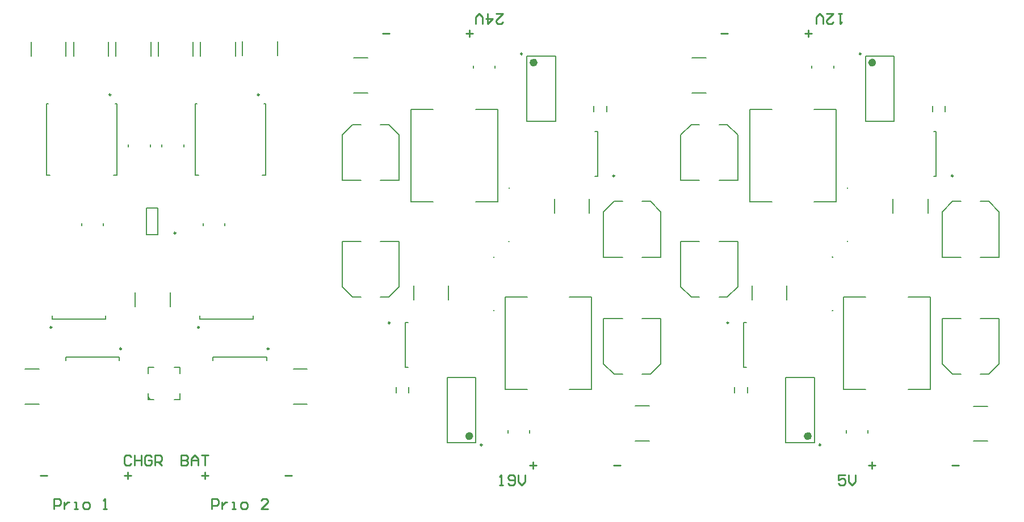
<source format=gto>
G04*
G04 #@! TF.GenerationSoftware,Altium Limited,Altium Designer,25.4.2 (15)*
G04*
G04 Layer_Color=65535*
%FSAX44Y44*%
%MOMM*%
G71*
G04*
G04 #@! TF.SameCoordinates,DDFFB4A4-4E3D-46BD-814A-B4F9BFA491BB*
G04*
G04*
G04 #@! TF.FilePolarity,Positive*
G04*
G01*
G75*
%ADD10C,0.2500*%
%ADD11C,0.6000*%
%ADD12C,0.2000*%
%ADD13C,0.1500*%
%ADD14C,0.2540*%
G36*
X00781730Y00492427D02*
X00782012Y00492146D01*
X00782164Y00491778D01*
Y00491580D01*
Y00491381D01*
X00782012Y00491013D01*
X00781730Y00490732D01*
X00781363Y00490579D01*
X00780965D01*
X00780598Y00490732D01*
X00780316Y00491013D01*
X00780164Y00491381D01*
Y00491580D01*
Y00491778D01*
X00780316Y00492146D01*
X00780598Y00492427D01*
X00780965Y00492579D01*
X00781363D01*
X00781730Y00492427D01*
D02*
G37*
G36*
X01286730Y00492427D02*
X01287012Y00492146D01*
X01287164Y00491778D01*
Y00491579D01*
Y00491381D01*
X01287012Y00491013D01*
X01286730Y00490732D01*
X01286363Y00490579D01*
X01285965D01*
X01285598Y00490732D01*
X01285316Y00491013D01*
X01285164Y00491381D01*
Y00491579D01*
Y00491778D01*
X01285316Y00492146D01*
X01285598Y00492427D01*
X01285965Y00492579D01*
X01286363D01*
X01286730Y00492427D01*
D02*
G37*
G36*
X00781730Y00412427D02*
X00782012Y00412146D01*
X00782164Y00411778D01*
Y00411580D01*
Y00411381D01*
X00782012Y00411013D01*
X00781730Y00410732D01*
X00781363Y00410579D01*
X00780965D01*
X00780598Y00410732D01*
X00780316Y00411013D01*
X00780164Y00411381D01*
Y00411580D01*
Y00411778D01*
X00780316Y00412146D01*
X00780598Y00412427D01*
X00780965Y00412579D01*
X00781363D01*
X00781730Y00412427D01*
D02*
G37*
G36*
X01286730Y00412427D02*
X01287012Y00412146D01*
X01287164Y00411778D01*
Y00411579D01*
Y00411381D01*
X01287012Y00411013D01*
X01286730Y00410732D01*
X01286363Y00410579D01*
X01285965D01*
X01285598Y00410732D01*
X01285316Y00411013D01*
X01285164Y00411381D01*
Y00411579D01*
Y00411778D01*
X01285316Y00412146D01*
X01285598Y00412427D01*
X01285965Y00412579D01*
X01286363D01*
X01286730Y00412427D01*
D02*
G37*
G36*
X01264402Y00389268D02*
X01264684Y00388987D01*
X01264836Y00388619D01*
Y00388420D01*
Y00388222D01*
X01264684Y00387854D01*
X01264402Y00387573D01*
X01264035Y00387420D01*
X01263637D01*
X01263270Y00387573D01*
X01262988Y00387854D01*
X01262836Y00388222D01*
Y00388420D01*
Y00388619D01*
X01262988Y00388987D01*
X01263270Y00389268D01*
X01263637Y00389420D01*
X01264035D01*
X01264402Y00389268D01*
D02*
G37*
G36*
X00759402D02*
X00759684Y00388987D01*
X00759836Y00388619D01*
Y00388420D01*
Y00388222D01*
X00759684Y00387854D01*
X00759402Y00387573D01*
X00759035Y00387420D01*
X00758637D01*
X00758270Y00387573D01*
X00757988Y00387854D01*
X00757836Y00388222D01*
Y00388420D01*
Y00388619D01*
X00757988Y00388987D01*
X00758270Y00389268D01*
X00758637Y00389420D01*
X00759035D01*
X00759402Y00389268D01*
D02*
G37*
G36*
X01264402Y00309268D02*
X01264684Y00308987D01*
X01264836Y00308619D01*
Y00308420D01*
Y00308221D01*
X01264684Y00307854D01*
X01264402Y00307573D01*
X01264035Y00307420D01*
X01263637D01*
X01263270Y00307573D01*
X01262988Y00307854D01*
X01262836Y00308221D01*
Y00308420D01*
Y00308619D01*
X01262988Y00308987D01*
X01263270Y00309268D01*
X01263637Y00309420D01*
X01264035D01*
X01264402Y00309268D01*
D02*
G37*
G36*
X00759402D02*
X00759684Y00308987D01*
X00759836Y00308619D01*
Y00308420D01*
Y00308221D01*
X00759684Y00307854D01*
X00759402Y00307573D01*
X00759035Y00307420D01*
X00758637D01*
X00758270Y00307573D01*
X00757988Y00307854D01*
X00757836Y00308221D01*
Y00308420D01*
Y00308619D01*
X00757988Y00308987D01*
X00758270Y00309268D01*
X00758637Y00309420D01*
X00759035D01*
X00759402Y00309268D01*
D02*
G37*
G36*
X00246830Y00175830D02*
X00242830D01*
Y00179830D01*
X00246830Y00175830D01*
D02*
G37*
D10*
X00284196Y00424430D02*
G03*
X00284196Y00424430I-00001250J00000000D01*
G01*
X00408780Y00630985D02*
G03*
X00408780Y00630985I-00001250J00000000D01*
G01*
X00741250Y00107925D02*
G03*
X00741250Y00107925I-00001250J00000000D01*
G01*
X00801250Y00692075D02*
G03*
X00801250Y00692075I-00001250J00000000D01*
G01*
X01306250Y00692075D02*
G03*
X01306250Y00692075I-00001250J00000000D01*
G01*
X00187450Y00630985D02*
G03*
X00187450Y00630985I-00001250J00000000D01*
G01*
X01246250Y00107925D02*
G03*
X01246250Y00107925I-00001250J00000000D01*
G01*
X00099250Y00283500D02*
G03*
X00099250Y00283500I-00001250J00000000D01*
G01*
X00319250Y00283500D02*
G03*
X00319250Y00283500I-00001250J00000000D01*
G01*
X00423250Y00251500D02*
G03*
X00423250Y00251500I-00001250J00000000D01*
G01*
X00203250Y00251500D02*
G03*
X00203250Y00251500I-00001250J00000000D01*
G01*
X01443750Y00509750D02*
G03*
X01443750Y00509750I-00001250J00000000D01*
G01*
X00603750Y00290250D02*
G03*
X00603750Y00290250I-00001250J00000000D01*
G01*
X00938750Y00509750D02*
G03*
X00938750Y00509750I-00001250J00000000D01*
G01*
X01108750Y00290250D02*
G03*
X01108750Y00290250I-00001250J00000000D01*
G01*
D11*
X00725000Y00121000D02*
G03*
X00725000Y00121000I-00003000J00000000D01*
G01*
X00821000Y00679000D02*
G03*
X00821000Y00679000I-00003000J00000000D01*
G01*
X01326000Y00679000D02*
G03*
X01326000Y00679000I-00003000J00000000D01*
G01*
X01230000Y00121000D02*
G03*
X01230000Y00121000I-00003000J00000000D01*
G01*
D12*
X00257542Y00421735D02*
Y00462125D01*
X00240749D02*
X00257542D01*
X00240749Y00421735D02*
Y00462125D01*
Y00421735D02*
X00257542D01*
X00384000Y00689500D02*
Y00710500D01*
X00436000Y00689500D02*
Y00710500D01*
X00313030Y00510495D02*
Y00617370D01*
Y00510495D02*
X00318030D01*
X00313030Y00617370D02*
X00315530D01*
X00415530D02*
X00418030D01*
X00413030Y00510495D02*
X00418030D01*
Y00617370D01*
X00689000Y00209000D02*
X00732000D01*
X00689000Y00111000D02*
X00732000D01*
X00689000D02*
Y00209000D01*
X00732000Y00111000D02*
Y00209000D01*
X00808000Y00591000D02*
X00851000D01*
X00808000Y00689000D02*
X00851000D01*
Y00591000D02*
Y00689000D01*
X00808000Y00591000D02*
Y00689000D01*
X01313000Y00591000D02*
X01356000D01*
X01313000Y00689000D02*
X01356000D01*
Y00591000D02*
Y00689000D01*
X01313000Y00591000D02*
Y00689000D01*
X00091700Y00510495D02*
Y00617370D01*
Y00510495D02*
X00096700D01*
X00091700Y00617370D02*
X00094200D01*
X00194200D02*
X00196700D01*
X00191700Y00510495D02*
X00196700D01*
Y00617370D01*
X01194000Y00209000D02*
X01237000D01*
X01194000Y00111000D02*
X01237000D01*
X01194000D02*
Y00209000D01*
X01237000Y00111000D02*
Y00209000D01*
X01140500Y00471000D02*
Y00609000D01*
X01269500Y00471000D02*
Y00609000D01*
X01140500Y00471000D02*
X01173500D01*
X01140500Y00609000D02*
X01173500D01*
X01236500Y00471000D02*
X01269500D01*
X01236500Y00609000D02*
X01269500D01*
X00325250Y00435211D02*
Y00439211D01*
X00357750Y00435211D02*
Y00439211D01*
X00922500Y00388500D02*
Y00456000D01*
Y00388500D02*
X00950500D01*
X00979500D02*
X01007500D01*
Y00456000D01*
X00938000Y00471500D02*
X00950500D01*
X00922500Y00456000D02*
X00938000Y00471500D01*
X00992000D02*
X01007500Y00456000D01*
X00979500Y00471500D02*
X00992000D01*
X01054500Y00634000D02*
X01075500D01*
X01054500Y00686000D02*
X01075500D01*
X01474500Y00165750D02*
X01495500D01*
X01474500Y00113750D02*
X01495500D01*
X00549500Y00634000D02*
X00570500D01*
X00549500Y00686000D02*
X00570500D01*
X00969500Y00166000D02*
X00990500D01*
X00969500Y00114000D02*
X00990500D01*
X00059500Y00169000D02*
X00080500D01*
X00059500Y00221000D02*
X00080500D01*
X00100000Y00295500D02*
Y00301000D01*
Y00295500D02*
X00180000D01*
Y00301000D01*
X00176250Y00435211D02*
Y00439211D01*
X00143750Y00435211D02*
Y00439211D01*
X00320000Y00295500D02*
Y00301000D01*
Y00295500D02*
X00400000D01*
Y00301000D01*
X00310208Y00689030D02*
Y00710030D01*
X00258207Y00689030D02*
Y00710030D01*
X00321390Y00689030D02*
Y00710030D01*
X00373390Y00689030D02*
Y00710030D01*
X00459500Y00169000D02*
X00480500D01*
X00459500Y00221000D02*
X00480500D01*
X00340000Y00234000D02*
Y00239500D01*
X00420000D01*
Y00234000D02*
Y00239500D01*
X00120000Y00234000D02*
Y00239500D01*
X00200000D01*
Y00234000D02*
Y00239500D01*
X00224000Y00314500D02*
Y00335500D01*
X00276000Y00314500D02*
Y00335500D01*
X00691000Y00324500D02*
Y00345500D01*
X00639000Y00324500D02*
Y00345500D01*
X01007500Y00229000D02*
Y00296500D01*
X00979500D02*
X01007500D01*
X00922500D02*
X00950500D01*
X00922500Y00229000D02*
Y00296500D01*
X00979500Y00213500D02*
X00992000D01*
X01007500Y00229000D01*
X00922500D02*
X00938000Y00213500D01*
X00950500D01*
X00849000Y00454500D02*
Y00475500D01*
X00901000Y00454500D02*
Y00475500D01*
X00532500Y00503500D02*
Y00571000D01*
Y00503500D02*
X00560500D01*
X00589500D02*
X00617500D01*
Y00571000D01*
X00548000Y00586500D02*
X00560500D01*
X00532500Y00571000D02*
X00548000Y00586500D01*
X00602000D02*
X00617500Y00571000D01*
X00589500Y00586500D02*
X00602000D01*
X00731500Y00609000D02*
X00764500D01*
X00731500Y00471000D02*
X00764500D01*
X00635500Y00609000D02*
X00668500D01*
X00635500Y00471000D02*
X00668500D01*
X00764500D02*
Y00609000D01*
X00635500Y00471000D02*
Y00609000D01*
X00907969Y00606015D02*
Y00613984D01*
X00927031Y00606015D02*
Y00613984D01*
X01280500Y00191000D02*
X01313500D01*
X01280500Y00329000D02*
X01313500D01*
X01376500Y00191000D02*
X01409500D01*
X01376500Y00329000D02*
X01409500D01*
X01280500Y00191000D02*
Y00329000D01*
X01409500Y00191000D02*
Y00329000D01*
X01512500Y00229000D02*
Y00296500D01*
X01484500D02*
X01512500D01*
X01427500D02*
X01455500D01*
X01427500Y00229000D02*
Y00296500D01*
X01484500Y00213500D02*
X01497000D01*
X01512500Y00229000D01*
X01427500D02*
X01443000Y00213500D01*
X01455500D01*
X01484500Y00471500D02*
X01497000D01*
X01512500Y00456000D01*
X01427500D02*
X01443000Y00471500D01*
X01455500D01*
X01512500Y00388500D02*
Y00456000D01*
X01484500Y00388500D02*
X01512500D01*
X01427500D02*
X01455500D01*
X01427500D02*
Y00456000D01*
X01354000Y00454500D02*
Y00475500D01*
X01406000Y00454500D02*
Y00475500D01*
X01412969Y00606015D02*
Y00613984D01*
X01432031Y00606015D02*
Y00613984D01*
X01414500Y00576400D02*
X01418500D01*
Y00509400D02*
Y00576400D01*
X01414500Y00509400D02*
X01418500D01*
X00120660Y00689030D02*
Y00710030D01*
X00068660Y00689030D02*
Y00710030D01*
X01265500Y00670500D02*
Y00674500D01*
X01233000Y00670500D02*
Y00674500D01*
X01094500Y00586500D02*
X01107000D01*
X01122500Y00571000D01*
X01037500D02*
X01053000Y00586500D01*
X01065500D01*
X01122500Y00503500D02*
Y00571000D01*
X01094500Y00503500D02*
X01122500D01*
X01037500D02*
X01065500D01*
X01037500D02*
Y00571000D01*
X01122500Y00344000D02*
Y00411500D01*
X01094500D02*
X01122500D01*
X01037500D02*
X01065500D01*
X01037500Y00344000D02*
Y00411500D01*
X01094500Y00328500D02*
X01107000D01*
X01122500Y00344000D01*
X01037500D02*
X01053000Y00328500D01*
X01065500D01*
X01196000Y00324500D02*
Y00345500D01*
X01144000Y00324500D02*
Y00345500D01*
X01137031Y00186015D02*
Y00193985D01*
X01117969Y00186015D02*
Y00193985D01*
X00296250Y00553000D02*
Y00557000D01*
X00263750Y00553000D02*
Y00557000D01*
X00246250Y00553000D02*
Y00557000D01*
X00213750Y00553000D02*
Y00557000D01*
X00183843Y00689030D02*
Y00710030D01*
X00131842Y00689030D02*
Y00710030D01*
X00247025Y00689030D02*
Y00710030D01*
X00195025Y00689030D02*
Y00710030D01*
X00617500Y00344000D02*
Y00411500D01*
X00589500D02*
X00617500D01*
X00532500D02*
X00560500D01*
X00532500Y00344000D02*
Y00411500D01*
X00589500Y00328500D02*
X00602000D01*
X00617500Y00344000D01*
X00532500D02*
X00548000Y00328500D01*
X00560500D01*
X00632031Y00186015D02*
Y00193985D01*
X00612969Y00186015D02*
Y00193985D01*
X00626500Y00290600D02*
X00630500D01*
X00626500Y00223600D02*
Y00290600D01*
Y00223600D02*
X00630500D01*
X00775500Y00191000D02*
X00808500D01*
X00775500Y00329000D02*
X00808500D01*
X00871500Y00191000D02*
X00904500D01*
X00871500Y00329000D02*
X00904500D01*
X00775500Y00191000D02*
Y00329000D01*
X00904500Y00191000D02*
Y00329000D01*
X00760500Y00670500D02*
Y00674500D01*
X00728000Y00670500D02*
Y00674500D01*
X00909500Y00509400D02*
X00913500D01*
Y00576400D01*
X00909500D02*
X00913500D01*
X01131500Y00290600D02*
X01135500D01*
X01131500Y00223600D02*
Y00290600D01*
Y00223600D02*
X01135500D01*
X01284500Y00125500D02*
Y00129500D01*
X01317000Y00125500D02*
Y00129500D01*
X00779500Y00125500D02*
Y00129500D01*
X00812000Y00125500D02*
Y00129500D01*
D13*
X00242830Y00175830D02*
Y00184830D01*
Y00175830D02*
X00251830D01*
X00242830Y00179830D02*
X00246830Y00175830D01*
X00281830D02*
X00290830D01*
Y00184830D01*
X00281830Y00223830D02*
X00290830D01*
Y00214830D02*
Y00223830D01*
X00242830D02*
X00251830D01*
X00242830Y00214830D02*
Y00223830D01*
D14*
X00217697Y00090236D02*
X00215158Y00092775D01*
X00210079D01*
X00207540Y00090236D01*
Y00080079D01*
X00210079Y00077540D01*
X00215158D01*
X00217697Y00080079D01*
X00222775Y00092775D02*
Y00077540D01*
Y00085157D01*
X00232932D01*
Y00092775D01*
Y00077540D01*
X00248167Y00090236D02*
X00245628Y00092775D01*
X00240549D01*
X00238010Y00090236D01*
Y00080079D01*
X00240549Y00077540D01*
X00245628D01*
X00248167Y00080079D01*
Y00085157D01*
X00243088D01*
X00253245Y00077540D02*
Y00092775D01*
X00260863D01*
X00263402Y00090236D01*
Y00085157D01*
X00260863Y00082618D01*
X00253245D01*
X00258324D02*
X00263402Y00077540D01*
X00292540Y00092775D02*
Y00077540D01*
X00300158D01*
X00302697Y00080079D01*
Y00082618D01*
X00300158Y00085157D01*
X00292540D01*
X00300158D01*
X00302697Y00087697D01*
Y00090236D01*
X00300158Y00092775D01*
X00292540D01*
X00307775Y00077540D02*
Y00087697D01*
X00312853Y00092775D01*
X00317932Y00087697D01*
Y00077540D01*
Y00085157D01*
X00307775D01*
X00323010Y00092775D02*
X00333167D01*
X00328088D01*
Y00077540D01*
X00337540Y00012540D02*
Y00027775D01*
X00345158D01*
X00347697Y00025236D01*
Y00020157D01*
X00345158Y00017618D01*
X00337540D01*
X00352775Y00022697D02*
Y00012540D01*
Y00017618D01*
X00355314Y00020157D01*
X00357853Y00022697D01*
X00360393D01*
X00368010Y00012540D02*
X00373088D01*
X00370549D01*
Y00022697D01*
X00368010D01*
X00383245Y00012540D02*
X00388324D01*
X00390863Y00015079D01*
Y00020157D01*
X00388324Y00022697D01*
X00383245D01*
X00380706Y00020157D01*
Y00015079D01*
X00383245Y00012540D01*
X00421333D02*
X00411176D01*
X00421333Y00022697D01*
Y00025236D01*
X00418794Y00027775D01*
X00413715D01*
X00411176Y00025236D01*
X00102540Y00012540D02*
Y00027775D01*
X00110157D01*
X00112697Y00025236D01*
Y00020157D01*
X00110157Y00017618D01*
X00102540D01*
X00117775Y00022697D02*
Y00012540D01*
Y00017618D01*
X00120314Y00020157D01*
X00122853Y00022697D01*
X00125393D01*
X00133010Y00012540D02*
X00138089D01*
X00135549D01*
Y00022697D01*
X00133010D01*
X00148245Y00012540D02*
X00153324D01*
X00155863Y00015079D01*
Y00020157D01*
X00153324Y00022697D01*
X00148245D01*
X00145706Y00020157D01*
Y00015079D01*
X00148245Y00012540D01*
X00176176D02*
X00181255D01*
X00178715D01*
Y00027775D01*
X00176176Y00025236D01*
X00767540Y00047540D02*
X00772618D01*
X00770079D01*
Y00062775D01*
X00767540Y00060236D01*
X00780236Y00050079D02*
X00782775Y00047540D01*
X00787853D01*
X00790393Y00050079D01*
Y00060236D01*
X00787853Y00062775D01*
X00782775D01*
X00780236Y00060236D01*
Y00057697D01*
X00782775Y00055157D01*
X00790393D01*
X00795471Y00062775D02*
Y00052618D01*
X00800549Y00047540D01*
X00805628Y00052618D01*
Y00062775D01*
X01282697Y00062775D02*
X01272540D01*
Y00055157D01*
X01277618Y00057697D01*
X01280157D01*
X01282697Y00055157D01*
Y00050079D01*
X01280157Y00047540D01*
X01275079D01*
X01272540Y00050079D01*
X01287775Y00062775D02*
Y00052618D01*
X01292853Y00047540D01*
X01297932Y00052618D01*
Y00062775D01*
X01277436Y00752421D02*
X01272358D01*
X01274897D01*
Y00737186D01*
X01277436Y00739725D01*
X01254583Y00752421D02*
X01264740D01*
X01254583Y00742264D01*
Y00739725D01*
X01257122Y00737186D01*
X01262201D01*
X01264740Y00739725D01*
X01249505Y00737186D02*
Y00747343D01*
X01244427Y00752421D01*
X01239348Y00747343D01*
Y00737186D01*
X00762303Y00752460D02*
X00772460D01*
X00762303Y00742303D01*
Y00739764D01*
X00764843Y00737225D01*
X00769921D01*
X00772460Y00739764D01*
X00749607Y00752460D02*
Y00737225D01*
X00757225Y00744842D01*
X00747068D01*
X00741990Y00737225D02*
Y00747382D01*
X00736911Y00752460D01*
X00731833Y00747382D01*
Y00737225D01*
X00082540Y00062460D02*
X00092697D01*
X00207540Y00062382D02*
X00217697D01*
X00212618Y00057303D02*
Y00067460D01*
X00457460Y00062460D02*
X00447303D01*
X00332460Y00062382D02*
X00322303D01*
X00327382Y00057303D02*
Y00067460D01*
X00592540Y00722540D02*
X00602697D01*
X00717540Y00722618D02*
X00727697D01*
X00722618Y00727697D02*
Y00717540D01*
X01097516Y00722501D02*
X01107673D01*
X01222516Y00722579D02*
X01232673D01*
X01227594Y00727657D02*
Y00717501D01*
X01452460Y00077460D02*
X01442303D01*
X01327460Y00077382D02*
X01317303D01*
X01322382Y00072303D02*
Y00082460D01*
X00822460Y00077382D02*
X00812303D01*
X00817382Y00072303D02*
Y00082460D01*
X00947460Y00077460D02*
X00937303D01*
M02*

</source>
